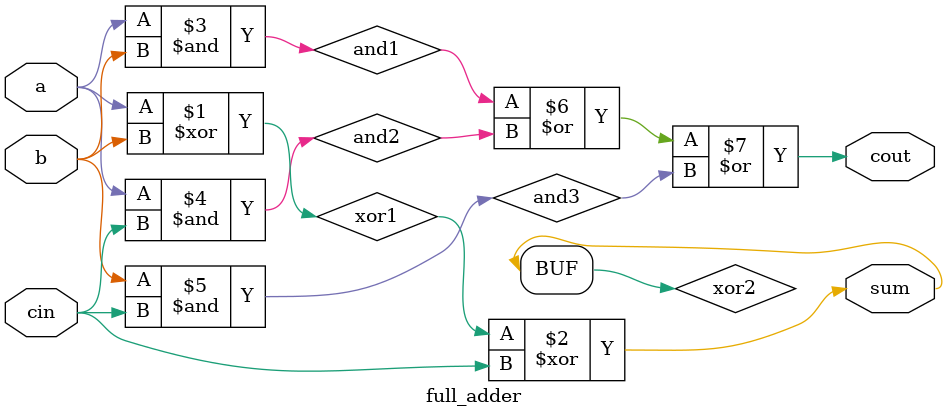
<source format=v>
module adder_16bit (
    input  [15:0] a,
    input  [15:0] b,
    input         cin,
    output [15:0] sum,
    output        cout,
    output        overflow
);

    // 16位加法器实现
    wire [15:0] carry;
    assign carry[0] = cin;

    // 计算每一位的和和进位
    genvar i;
    generate
        for (i = 0; i < 16; i = i + 1) begin : adder_stage
            full_adder fa (
                .a(a[i]),
                .b(b[i]),
                .cin(carry[i]),
                .sum(sum[i]),
                .cout(carry[i+1])
            );
        end
    endgenerate

    // 输出进位
    assign cout = carry[16];

    // 溢出检测：当两个同号数相加结果变号时溢出
    assign overflow = (a[15] == b[15]) && (a[15] != sum[15]);

endmodule

// 全加器模块
module full_adder (
    input  a,
    input  b,
    input  cin,
    output sum,
    output cout
);

    wire xor1, xor2;
    wire and1, and2, and3;

    // 计算和
    assign xor1 = a ^ b;
    assign xor2 = xor1 ^ cin;
    assign sum = xor2;

    // 计算进位
    assign and1 = a & b;
    assign and2 = a & cin;
    assign and3 = b & cin;
    assign cout = and1 | and2 | and3;

endmodule
</source>
